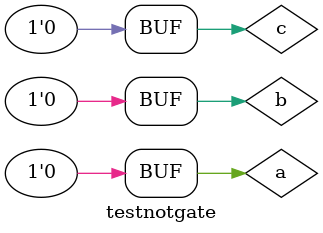
<source format=v>

module notgate2 ( output s, 
input p, 
input q);
assign s = (p | q);
 
endmodule // andgate

module notgate3 ( output s, 
input p, 
input q,
input r); 
wire a;

notgate2 not21(a, p, q);
notgate2 not22(s, a, r); 
endmodule // notgate

// --------------------- 
// -- test not gate 
// --------------------- 

module testnotgate; 
// ------------------------- dados locais 
reg a, b, c; // definir registradores 
wire s; // definir conexao (fio) 
// ------------------------- instancia 
notgate3 NOT3 (s, a, b, c); 
// ------------------------- preparacao 
initial begin:start 
// atribuicao simultanea 
// dos valores iniciais 
a=0; b=0; c=0;
end //

// ------------------------- parte principal 
initial begin 
$display("Exercicio0009 -Fabio Fiuza Pereira - 406087"); 
$display("Test NOT gate"); 
$display("\na & b & c = s\n"); 
a=0; b=0; c=0;
#1 $monitor("%b & %b & %b = %b", a, b, c, s); 
#1 a=0; b=0; c=1; 
#1 a=0; b=1; c=1;
#1 a=1; b=0; c=0;
#1 a=1; b=1; c=0;
#1 a=1; b=0; c=1;
#1 a=1; b=1; c=1;
#1 a=0; b=0; c=0;


end 
endmodule // testnotgate 
</source>
